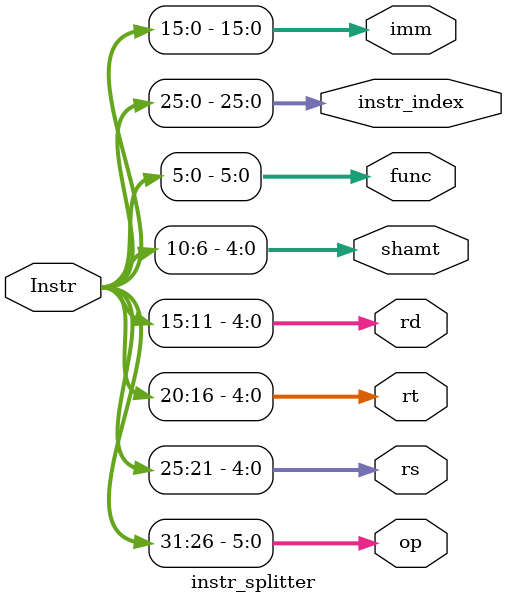
<source format=v>
`timescale 1ns / 1ps
module instr_splitter(
    input [31:0] Instr,
    output [5:0] op,
    output [4:0] rs,
    output [4:0] rt,
    output [4:0] rd,
    output [4:0] shamt,
    output [5:0] func,
    output [25:0] instr_index,
    output [15:0] imm
    );
	 assign op = Instr[31:26];
	 assign rs = Instr[25:21];
	 assign rt = Instr[20:16];
	 assign rd = Instr[15:11];
	 assign shamt = Instr[10:6];
	 assign func = Instr[5:0];
	 assign instr_index = Instr[25:0];
	 assign imm = Instr[15:0];
endmodule

</source>
